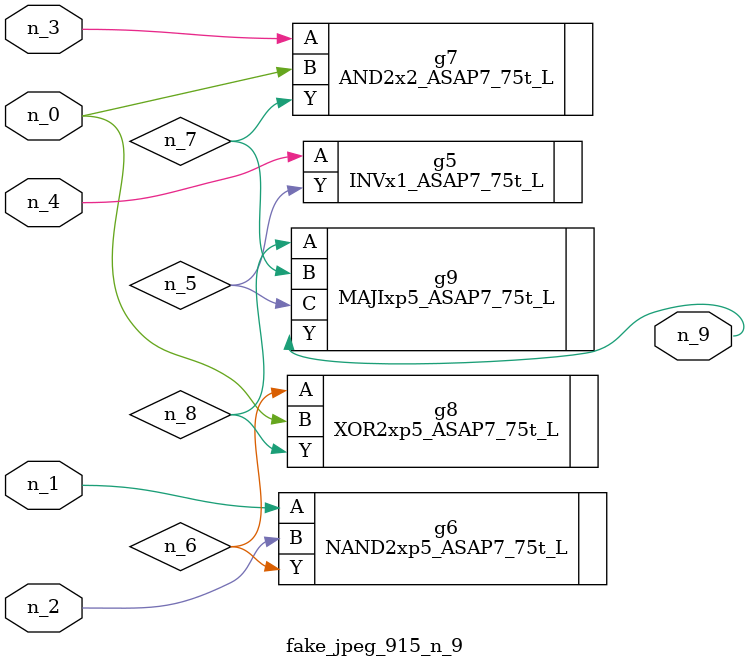
<source format=v>
module fake_jpeg_915_n_9 (n_3, n_2, n_1, n_0, n_4, n_9);

input n_3;
input n_2;
input n_1;
input n_0;
input n_4;

output n_9;

wire n_8;
wire n_6;
wire n_5;
wire n_7;

INVx1_ASAP7_75t_L g5 ( 
.A(n_4),
.Y(n_5)
);

NAND2xp5_ASAP7_75t_L g6 ( 
.A(n_1),
.B(n_2),
.Y(n_6)
);

AND2x2_ASAP7_75t_L g7 ( 
.A(n_3),
.B(n_0),
.Y(n_7)
);

XOR2xp5_ASAP7_75t_L g8 ( 
.A(n_6),
.B(n_0),
.Y(n_8)
);

MAJIxp5_ASAP7_75t_L g9 ( 
.A(n_8),
.B(n_7),
.C(n_5),
.Y(n_9)
);


endmodule
</source>
